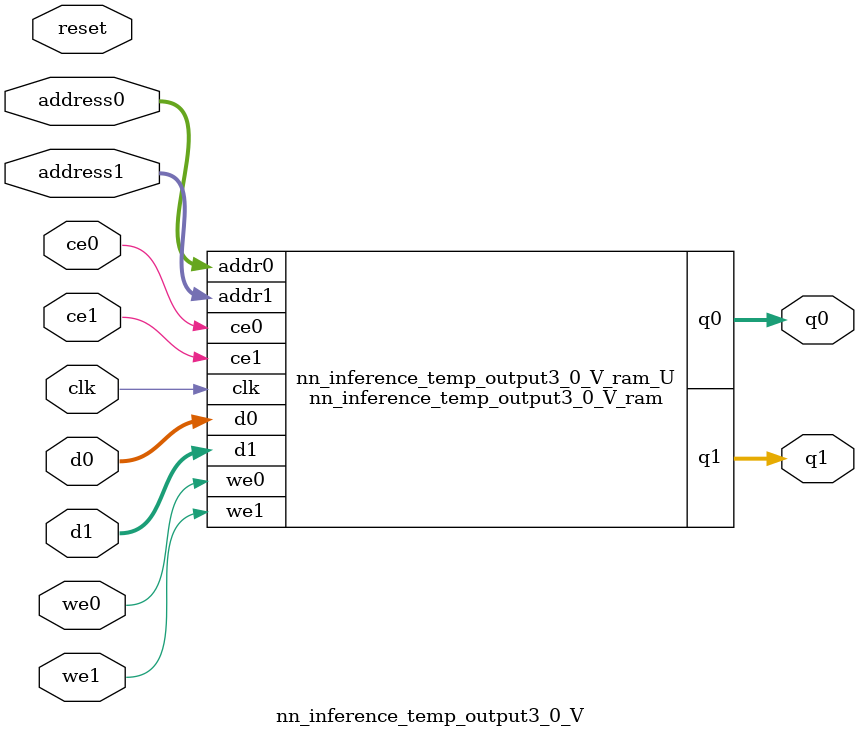
<source format=v>
`timescale 1 ns / 1 ps
module nn_inference_temp_output3_0_V_ram (addr0, ce0, d0, we0, q0, addr1, ce1, d1, we1, q1,  clk);

parameter DWIDTH = 32;
parameter AWIDTH = 4;
parameter MEM_SIZE = 16;

input[AWIDTH-1:0] addr0;
input ce0;
input[DWIDTH-1:0] d0;
input we0;
output reg[DWIDTH-1:0] q0;
input[AWIDTH-1:0] addr1;
input ce1;
input[DWIDTH-1:0] d1;
input we1;
output reg[DWIDTH-1:0] q1;
input clk;

reg [DWIDTH-1:0] ram[0:MEM_SIZE-1];




always @(posedge clk)  
begin 
    if (ce0) begin
        if (we0) 
            ram[addr0] <= d0; 
        q0 <= ram[addr0];
    end
end


always @(posedge clk)  
begin 
    if (ce1) begin
        if (we1) 
            ram[addr1] <= d1; 
        q1 <= ram[addr1];
    end
end


endmodule

`timescale 1 ns / 1 ps
module nn_inference_temp_output3_0_V(
    reset,
    clk,
    address0,
    ce0,
    we0,
    d0,
    q0,
    address1,
    ce1,
    we1,
    d1,
    q1);

parameter DataWidth = 32'd32;
parameter AddressRange = 32'd16;
parameter AddressWidth = 32'd4;
input reset;
input clk;
input[AddressWidth - 1:0] address0;
input ce0;
input we0;
input[DataWidth - 1:0] d0;
output[DataWidth - 1:0] q0;
input[AddressWidth - 1:0] address1;
input ce1;
input we1;
input[DataWidth - 1:0] d1;
output[DataWidth - 1:0] q1;



nn_inference_temp_output3_0_V_ram nn_inference_temp_output3_0_V_ram_U(
    .clk( clk ),
    .addr0( address0 ),
    .ce0( ce0 ),
    .we0( we0 ),
    .d0( d0 ),
    .q0( q0 ),
    .addr1( address1 ),
    .ce1( ce1 ),
    .we1( we1 ),
    .d1( d1 ),
    .q1( q1 ));

endmodule


</source>
